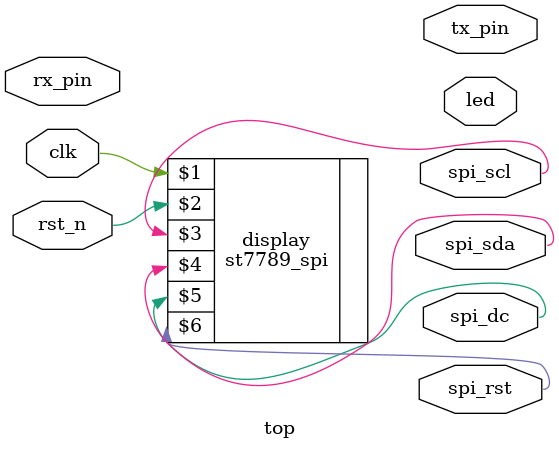
<source format=v>
`ifndef TOP
`define TOP

`include "uart.v"
`include "bus.v"
`include "st7789.v"

module top
(
    input clk,
    input rst_n,
    input rx_pin,
    output tx_pin,
    output [5:0] led,
    output spi_sda,
    output spi_scl,
    output spi_dc,
    output spi_rst
);

st7789_spi display(
  // in
  clk,
  rst_n,

  // out
  spi_scl,
  spi_sda,
  spi_dc,
  spi_rst
);

/*
localparam WAIT_TIME = 13500000;
reg [23:0] clockCounter = 0;

wire[7:0] uart_data;
wire data_valid;

wire[13:0]      bus_address;
wire[31:0]      bus_datai;
wire[31:0]      bus_datao;
wire[7:0]       bus_control;
wire[31:0]      bus_req;
wire[31:0]      bus_usearr;

wire[31:0]      bus_available;

wire idle;
wire fulfilled;

wire[1:0]       mem_state;

// assign led[0] = ~idle;
// assign led[1] = ~bus_req[0];
// assign led[2] = ~bus_usearr[0];
// assign led[3] = ~bus_available[0];
// // assign led[4] = ~fulfilled;
// assign led[5:4] = ~mem_state;

// assign led = ~reqidx;

// assign led[5:0] = ~bus_datao[5:0];

BUS mem_bus(
    clk,
    rst_n,

    bus_address,
    bus_datai,
    bus_datao,
    bus_control,

    bus_req,
    bus_usearr,

    bus_available,
    idle,
    fulfilled,
    mem_state
);

uart debugger(
    clk,
    rst_n,
    rx_pin,
    tx_pin,
    uart_data,
    data_valid,

    bus_address,
    bus_datai,
    bus_datao,
    bus_control,

    bus_req[0],
    bus_usearr[0],
    bus_available[0],
    fulfilled
);
*/

endmodule

`endif

</source>
